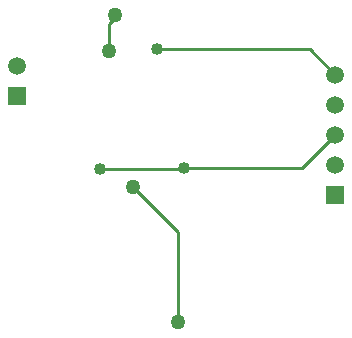
<source format=gbr>
G04*
G04 #@! TF.GenerationSoftware,Altium Limited,Altium Designer,22.11.1 (43)*
G04*
G04 Layer_Physical_Order=2*
G04 Layer_Color=16711680*
%FSLAX44Y44*%
%MOMM*%
G71*
G04*
G04 #@! TF.SameCoordinates,7E3583A2-2878-4CA1-8AEC-5B8DB4771625*
G04*
G04*
G04 #@! TF.FilePolarity,Positive*
G04*
G01*
G75*
%ADD12C,0.2540*%
%ADD26R,1.5000X1.5000*%
%ADD27C,1.5000*%
%ADD28C,1.2700*%
%ADD29C,1.0160*%
D12*
X439420Y923290D02*
X477520Y885190D01*
Y808990D02*
Y885190D01*
X481330Y938530D02*
X482600Y939800D01*
X411480Y938530D02*
X481330D01*
X419100Y1061511D02*
X424180Y1066591D01*
Y1069340D01*
X419100Y1038860D02*
Y1061511D01*
X589280Y1040130D02*
X610870Y1018540D01*
X459740Y1040130D02*
X589280D01*
X582930Y939800D02*
X610870Y967740D01*
X482600Y939800D02*
X582930D01*
D26*
X341630Y1000760D02*
D03*
X610870Y916940D02*
D03*
D27*
X341630Y1026160D02*
D03*
X610870Y1018540D02*
D03*
Y993140D02*
D03*
Y967740D02*
D03*
Y942340D02*
D03*
D28*
X477520Y808990D02*
D03*
X439420Y923290D02*
D03*
X424180Y1069340D02*
D03*
X419100Y1038860D02*
D03*
D29*
X482600Y939800D02*
D03*
X459740Y1040130D02*
D03*
X411480Y938530D02*
D03*
M02*

</source>
